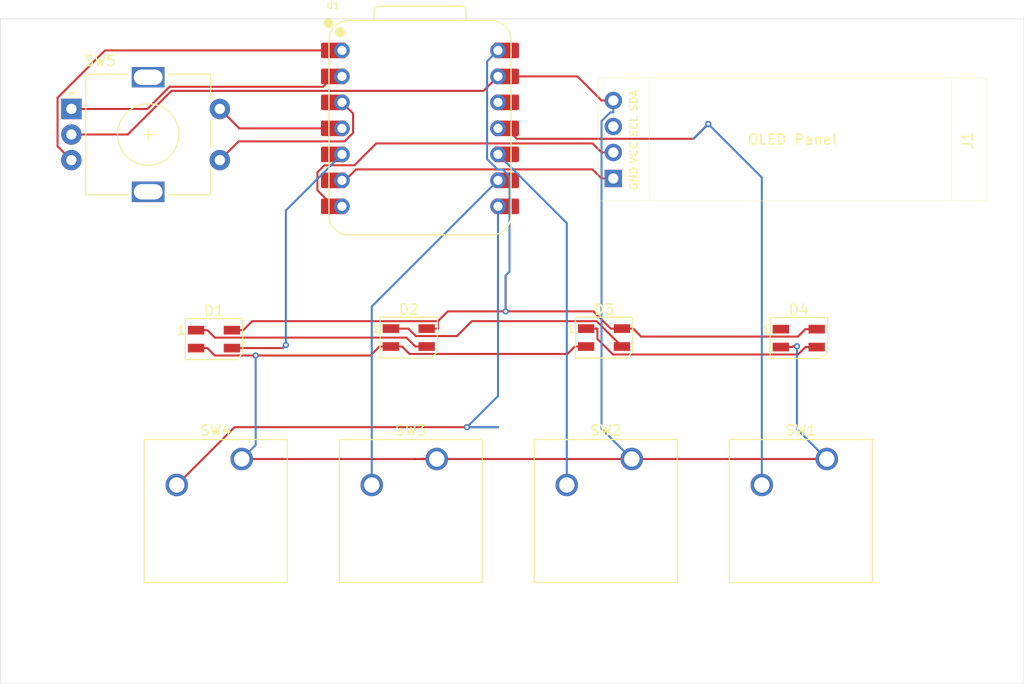
<source format=kicad_pcb>
(kicad_pcb (version 20241229) (generator "pcbnew") (generator_version "9.0")
  (layers (0 "F.Cu" signal) (2 "B.Cu" signal) (13 "F.Paste" user) (15 "B.Paste" user) (5 "F.SilkS" user "F.Silkscreen") (7 "B.SilkS" user "B.Silkscreen") (1 "F.Mask" user) (3 "B.Mask" user) (25 "Edge.Cuts" user))
  (net 0 "")
  (net 1 "Net-(D1-DIN)")
  (net 2 "Net-(D1-DOUT)")
  (net 3 "GND")
  (net 4 "+5V")
  (net 6 "Net-(J1-Pin_1)")
  (net 7 "Net-(J1-Pin_2)")
  (net 8 "VCC")
  (net 9 "Net-(U1-GPIO3{slash}MOSI)")
  (net 10 "Net-(U1-GPIO4{slash}MISO)")
  (net 11 "Net-(U1-GPIO2{slash}SCK)")
  (net 12 "Net-(U1-GPIO1{slash}RX)")
  (net 13 "Net-(U1-GPIO29{slash}ADC3{slash}A3)")
  (net 14 "Net-(U1-GPIO28{slash}ADC2{slash}A2)")
  (net 15 "Net-(U1-GPIO26{slash}ADC0{slash}A0)")
  (net 16 "Net-(U1-GPIO27{slash}ADC1{slash}A1)")
  (net 17 "unconnected-(U1-3V3-Pad12)")
  (net 18 "Net-(D2-DOUT)")
  (net 19 "Net-(D3-DOUT)")
  (footprint "LED_SMD:LED_SK6812MINI_PLCC4_3.5x3.5mm_P1.75mm" (layer "F.Cu") (at 127.8 105.7)
    (property "Reference" "D4" (at 0 -2.75 0) (layer "F.SilkS"))
    (property "Value" "SK6812MINI")
    (fp_line (start -2.8 -2) (end -2.8 2) (stroke (width 0.12)) (layer "F.SilkS"))
    (fp_line (start -2.8 -2) (end 2.8 -2) (stroke (width 0.12)) (layer "F.SilkS"))
    (fp_line (start -2.8 2) (end 2.2 2) (stroke (width 0.12)) (layer "F.SilkS"))
    (fp_line (start 2.8 1.4) (end 2.2 2) (stroke (width 0.12)) (layer "F.SilkS"))
    (fp_line (start 2.8 1.4) (end 2.8 -2) (stroke (width 0.12)) (layer "F.SilkS"))
    (fp_text user "1" (at -3.2 -0.875 0) (layer "F.SilkS") (effects (font (size 0.8 0.8))))
    (pad "1" smd rect (at -1.75 -0.875) (size 1.6 0.85) (layers "F.Cu" "F.Mask" "F.Paste"))
    (pad "2" smd rect (at -1.75 0.875) (size 1.6 0.85) (layers "F.Cu" "F.Mask" "F.Paste") (net 3 "GND"))
    (pad "3" smd rect (at 1.75 0.875) (size 1.6 0.85) (layers "F.Cu" "F.Mask" "F.Paste") (net 19 "Net-(D3-DOUT)"))
    (pad "4" smd rect (at 1.75 -0.875) (size 1.6 0.85) (layers "F.Cu" "F.Mask" "F.Paste") (net 4 "+5V"))
  )
  (footprint "LED_SMD:LED_SK6812MINI_PLCC4_3.5x3.5mm_P1.75mm" (layer "F.Cu") (at 89.7 105.6487)
    (property "Reference" "D2" (at 0 -2.75 0) (layer "F.SilkS"))
    (property "Value" "SK6812MINI")
    (fp_line (start -2.8 -2) (end -2.8 2) (stroke (width 0.12)) (layer "F.SilkS"))
    (fp_line (start -2.8 -2) (end 2.8 -2) (stroke (width 0.12)) (layer "F.SilkS"))
    (fp_line (start -2.8 2) (end 2.2 2) (stroke (width 0.12)) (layer "F.SilkS"))
    (fp_line (start 2.8 1.4) (end 2.2 2) (stroke (width 0.12)) (layer "F.SilkS"))
    (fp_line (start 2.8 1.4) (end 2.8 -2) (stroke (width 0.12)) (layer "F.SilkS"))
    (fp_text user "1" (at -3.2 -0.875 0) (layer "F.SilkS") (effects (font (size 0.8 0.8))))
    (pad "1" smd rect (at -1.75 -0.875) (size 1.6 0.85) (layers "F.Cu" "F.Mask" "F.Paste") (net 18 "Net-(D2-DOUT)"))
    (pad "2" smd rect (at -1.75 0.875) (size 1.6 0.85) (layers "F.Cu" "F.Mask" "F.Paste") (net 3 "GND"))
    (pad "3" smd rect (at 1.75 0.875) (size 1.6 0.85) (layers "F.Cu" "F.Mask" "F.Paste") (net 2 "Net-(D1-DOUT)"))
    (pad "4" smd rect (at 1.75 -0.875) (size 1.6 0.85) (layers "F.Cu" "F.Mask" "F.Paste") (net 4 "+5V"))
  )
  (footprint "Button_Switch_Keyboard:SW_Cherry_MX_1.00u_PCB" (layer "F.Cu") (at 73.39 117.52)
    (property "Reference" "SW4" (at -2.54 -2.794 0) (layer "F.SilkS"))
    (property "Value" "SW_Push")
    (fp_line (start -9.525 -1.905) (end 4.445 -1.905) (stroke (width 0.12)) (layer "F.SilkS"))
    (fp_line (start -9.525 12.065) (end -9.525 -1.905) (stroke (width 0.12)) (layer "F.SilkS"))
    (fp_line (start 4.445 -1.905) (end 4.445 12.065) (stroke (width 0.12)) (layer "F.SilkS"))
    (fp_line (start 4.445 12.065) (end -9.525 12.065) (stroke (width 0.12)) (layer "F.SilkS"))
    (pad "" np_thru_hole circle (at -7.62 5.08) (size 1.7 1.7) (drill 1.7) (layers "*.Cu" "*.Mask"))
    (pad "" np_thru_hole circle (at -2.54 5.08) (size 4 4) (drill 4) (layers "*.Cu" "*.Mask"))
    (pad "" np_thru_hole circle (at 2.54 5.08) (size 1.7 1.7) (drill 1.7) (layers "*.Cu" "*.Mask"))
    (pad "1" thru_hole circle (at 0 0) (size 2.2 2.2) (drill 1.5) (layers "*.Cu" "*.Mask") (net 3 "GND"))
    (pad "2" thru_hole circle (at -6.35 2.54) (size 2.2 2.2) (drill 1.5) (layers "*.Cu" "*.Mask") (net 12 "Net-(U1-GPIO1{slash}RX)"))
  )
  (footprint "Button_Switch_Keyboard:SW_Cherry_MX_1.00u_PCB" (layer "F.Cu") (at 130.54 117.52)
    (property "Reference" "SW1" (at -2.54 -2.794 0) (layer "F.SilkS"))
    (property "Value" "SW_Push")
    (fp_line (start -9.525 -1.905) (end 4.445 -1.905) (stroke (width 0.12)) (layer "F.SilkS"))
    (fp_line (start -9.525 12.065) (end -9.525 -1.905) (stroke (width 0.12)) (layer "F.SilkS"))
    (fp_line (start 4.445 -1.905) (end 4.445 12.065) (stroke (width 0.12)) (layer "F.SilkS"))
    (fp_line (start 4.445 12.065) (end -9.525 12.065) (stroke (width 0.12)) (layer "F.SilkS"))
    (pad "" np_thru_hole circle (at -7.62 5.08) (size 1.7 1.7) (drill 1.7) (layers "*.Cu" "*.Mask"))
    (pad "" np_thru_hole circle (at -2.54 5.08) (size 4 4) (drill 4) (layers "*.Cu" "*.Mask"))
    (pad "" np_thru_hole circle (at 2.54 5.08) (size 1.7 1.7) (drill 1.7) (layers "*.Cu" "*.Mask"))
    (pad "1" thru_hole circle (at 0 0) (size 2.2 2.2) (drill 1.5) (layers "*.Cu" "*.Mask") (net 3 "GND"))
    (pad "2" thru_hole circle (at -6.35 2.54) (size 2.2 2.2) (drill 1.5) (layers "*.Cu" "*.Mask") (net 9 "Net-(U1-GPIO3{slash}MOSI)"))
  )
  (footprint "LED_SMD:LED_SK6812MINI_PLCC4_3.5x3.5mm_P1.75mm" (layer "F.Cu") (at 108.7787 105.6487)
    (property "Reference" "D3" (at 0 -2.75 0) (layer "F.SilkS"))
    (property "Value" "SK6812MINI")
    (fp_line (start -2.8 -2) (end -2.8 2) (stroke (width 0.12)) (layer "F.SilkS"))
    (fp_line (start -2.8 -2) (end 2.8 -2) (stroke (width 0.12)) (layer "F.SilkS"))
    (fp_line (start -2.8 2) (end 2.2 2) (stroke (width 0.12)) (layer "F.SilkS"))
    (fp_line (start 2.8 1.4) (end 2.2 2) (stroke (width 0.12)) (layer "F.SilkS"))
    (fp_line (start 2.8 1.4) (end 2.8 -2) (stroke (width 0.12)) (layer "F.SilkS"))
    (fp_text user "1" (at -3.2 -0.875 0) (layer "F.SilkS") (effects (font (size 0.8 0.8))))
    (pad "1" smd rect (at -1.75 -0.875) (size 1.6 0.85) (layers "F.Cu" "F.Mask" "F.Paste") (net 19 "Net-(D3-DOUT)"))
    (pad "2" smd rect (at -1.75 0.875) (size 1.6 0.85) (layers "F.Cu" "F.Mask" "F.Paste") (net 3 "GND"))
    (pad "3" smd rect (at 1.75 0.875) (size 1.6 0.85) (layers "F.Cu" "F.Mask" "F.Paste") (net 18 "Net-(D2-DOUT)"))
    (pad "4" smd rect (at 1.75 -0.875) (size 1.6 0.85) (layers "F.Cu" "F.Mask" "F.Paste") (net 4 "+5V"))
  )
  (footprint "Seeed Studio XIAO Series Library:XIAO-RP2040-DIP" (layer "F.Cu") (at 90.8 85.2)
    (property "Reference" "U1" (at -8.5 -12 0) (layer "F.SilkS") (effects (font (size 0.635 0.635) (thickness 0.1016))))
    (property "Value" "XIAO-RP2040-DIP")
    (fp_line (start -8.89 8.509) (end -8.89 -8.636) (stroke (width 0.127)) (layer "F.SilkS"))
    (fp_line (start -6.985 10.414) (end 6.985 10.414) (stroke (width 0.127)) (layer "F.SilkS"))
    (fp_line (start -4.495 -10.541) (end -4.491272 -11.451272) (stroke (width 0.127)) (layer "F.SilkS"))
    (fp_line (start -3.991272 -11.951) (end 4.004 -11.951) (stroke (width 0.127)) (layer "F.SilkS"))
    (fp_line (start 4.504 -11.451) (end 4.504 -10.541) (stroke (width 0.127)) (layer "F.SilkS"))
    (fp_line (start 6.985 -10.541) (end -6.985 -10.541) (stroke (width 0.1)) (layer "F.SilkS"))
    (fp_line (start 6.985 -10.541) (end -6.985 -10.541) (stroke (width 0.127)) (layer "F.SilkS"))
    (fp_line (start 8.89 8.509) (end 8.89 -8.636) (stroke (width 0.127)) (layer "F.SilkS"))
    (fp_arc (start -8.89 -8.636) (mid -8.332038 -9.983038) (end -6.985 -10.541) (stroke (width 0.127)) (layer "F.SilkS"))
    (fp_arc (start -6.985 10.414) (mid -8.332038 9.856038) (end -8.89 8.509) (stroke (width 0.127)) (layer "F.SilkS"))
    (fp_arc (start -4.491272 -11.451272) (mid -4.344728 -11.80464) (end -3.991272 -11.951) (stroke (width 0.127)) (layer "F.SilkS"))
    (fp_arc (start 4.004 -11.951) (mid 4.357553 -11.804553) (end 4.504 -11.451) (stroke (width 0.127)) (layer "F.SilkS"))
    (fp_arc (start 6.985 -10.541) (mid 8.332038 -9.983038) (end 8.89 -8.636) (stroke (width 0.127)) (layer "F.SilkS"))
    (fp_arc (start 8.89 8.509) (mid 8.332038 9.856038) (end 6.985 10.414) (stroke (width 0.127)) (layer "F.SilkS"))
    (fp_circle (center -8.95 -10.3) (end -8.95 -10.554) (stroke (width 0.5)) (fill yes) (layer "F.SilkS"))
    (fp_circle (center -7.807 -9.42) (end -7.807 -9.674) (stroke (width 0.5)) (fill yes) (layer "F.SilkS"))
    (pad "1" smd roundrect (at -8.455 -7.62 180) (size 2.432 1.524) (layers "F.Cu" "F.Mask") (roundrect_rratio 0.1) (net 15 "Net-(U1-GPIO26{slash}ADC0{slash}A0)"))
    (pad "1" thru_hole circle (at -7.62 -7.62 180) (size 1.524 1.524) (drill 0.889) (layers "*.Cu" "*.Mask") (net 15 "Net-(U1-GPIO26{slash}ADC0{slash}A0)"))
    (pad "2" smd roundrect (at -8.455 -5.08 180) (size 2.432 1.524) (layers "F.Cu" "F.Mask") (roundrect_rratio 0.1) (net 16 "Net-(U1-GPIO27{slash}ADC1{slash}A1)"))
    (pad "2" thru_hole circle (at -7.62 -5.08 180) (size 1.524 1.524) (drill 0.889) (layers "*.Cu" "*.Mask") (net 16 "Net-(U1-GPIO27{slash}ADC1{slash}A1)"))
    (pad "3" smd roundrect (at -8.455 -2.54 180) (size 2.432 1.524) (layers "F.Cu" "F.Mask") (roundrect_rratio 0.1) (net 14 "Net-(U1-GPIO28{slash}ADC2{slash}A2)"))
    (pad "3" thru_hole circle (at -7.62 -2.54 180) (size 1.524 1.524) (drill 0.889) (layers "*.Cu" "*.Mask") (net 14 "Net-(U1-GPIO28{slash}ADC2{slash}A2)"))
    (pad "4" smd roundrect (at -8.455 0 180) (size 2.432 1.524) (layers "F.Cu" "F.Mask") (roundrect_rratio 0.1) (net 13 "Net-(U1-GPIO29{slash}ADC3{slash}A3)"))
    (pad "4" thru_hole circle (at -7.62 0 180) (size 1.524 1.524) (drill 0.889) (layers "*.Cu" "*.Mask") (net 13 "Net-(U1-GPIO29{slash}ADC3{slash}A3)"))
    (pad "5" smd roundrect (at -8.455 2.54 180) (size 2.432 1.524) (layers "F.Cu" "F.Mask") (roundrect_rratio 0.1) (net 1 "Net-(D1-DIN)"))
    (pad "5" thru_hole circle (at -7.62 2.54 180) (size 1.524 1.524) (drill 0.889) (layers "*.Cu" "*.Mask") (net 1 "Net-(D1-DIN)"))
    (pad "6" smd roundrect (at -8.455 5.08 180) (size 2.432 1.524) (layers "F.Cu" "F.Mask") (roundrect_rratio 0.1) (net 6 "Net-(J1-Pin_1)"))
    (pad "6" thru_hole circle (at -7.62 5.08 180) (size 1.524 1.524) (drill 0.889) (layers "*.Cu" "*.Mask") (net 6 "Net-(J1-Pin_1)"))
    (pad "7" smd roundrect (at -8.455 7.62 180) (size 2.432 1.524) (layers "F.Cu" "F.Mask") (roundrect_rratio 0.1) (net 7 "Net-(J1-Pin_2)"))
    (pad "7" thru_hole circle (at -7.62 7.62 180) (size 1.524 1.524) (drill 0.889) (layers "*.Cu" "*.Mask") (net 7 "Net-(J1-Pin_2)"))
    (pad "8" thru_hole circle (at 7.62 7.62) (size 1.524 1.524) (drill 0.889) (layers "*.Cu" "*.Mask") (net 12 "Net-(U1-GPIO1{slash}RX)"))
    (pad "8" smd roundrect (at 8.455 7.62) (size 2.432 1.524) (layers "F.Cu" "F.Mask") (roundrect_rratio 0.1) (net 12 "Net-(U1-GPIO1{slash}RX)"))
    (pad "9" thru_hole circle (at 7.62 5.08) (size 1.524 1.524) (drill 0.889) (layers "*.Cu" "*.Mask") (net 11 "Net-(U1-GPIO2{slash}SCK)"))
    (pad "9" smd roundrect (at 8.455 5.08) (size 2.432 1.524) (layers "F.Cu" "F.Mask") (roundrect_rratio 0.1) (net 11 "Net-(U1-GPIO2{slash}SCK)"))
    (pad "10" thru_hole circle (at 7.62 2.54) (size 1.524 1.524) (drill 0.889) (layers "*.Cu" "*.Mask") (net 10 "Net-(U1-GPIO4{slash}MISO)"))
    (pad "10" smd roundrect (at 8.455 2.54) (size 2.432 1.524) (layers "F.Cu" "F.Mask") (roundrect_rratio 0.1) (net 10 "Net-(U1-GPIO4{slash}MISO)"))
    (pad "11" thru_hole circle (at 7.62 0) (size 1.524 1.524) (drill 0.889) (layers "*.Cu" "*.Mask") (net 9 "Net-(U1-GPIO3{slash}MOSI)"))
    (pad "11" smd roundrect (at 8.455 0) (size 2.432 1.524) (layers "F.Cu" "F.Mask") (roundrect_rratio 0.1) (net 9 "Net-(U1-GPIO3{slash}MOSI)"))
    (pad "12" thru_hole circle (at 7.62 -2.54) (size 1.524 1.524) (drill 0.889) (layers "*.Cu" "*.Mask") (net 17 "unconnected-(U1-3V3-Pad12)"))
    (pad "12" smd roundrect (at 8.455 -2.54) (size 2.432 1.524) (layers "F.Cu" "F.Mask") (roundrect_rratio 0.1) (net 17 "unconnected-(U1-3V3-Pad12)"))
    (pad "13" thru_hole circle (at 7.62 -5.08) (size 1.524 1.524) (drill 0.889) (layers "*.Cu" "*.Mask") (net 3 "GND"))
    (pad "13" smd roundrect (at 8.455 -5.08) (size 2.432 1.524) (layers "F.Cu" "F.Mask") (roundrect_rratio 0.1) (net 3 "GND"))
    (pad "14" thru_hole circle (at 7.62 -7.62) (size 1.524 1.524) (drill 0.889) (layers "*.Cu" "*.Mask") (net 4 "+5V"))
    (pad "14" smd roundrect (at 8.455 -7.62) (size 2.432 1.524) (layers "F.Cu" "F.Mask") (roundrect_rratio 0.1) (net 4 "+5V"))
  )
  (footprint "Button_Switch_Keyboard:SW_Cherry_MX_1.00u_PCB" (layer "F.Cu") (at 92.44 117.52)
    (property "Reference" "SW3" (at -2.54 -2.794 0) (layer "F.SilkS"))
    (property "Value" "SW_Push")
    (fp_line (start -9.525 -1.905) (end 4.445 -1.905) (stroke (width 0.12)) (layer "F.SilkS"))
    (fp_line (start -9.525 12.065) (end -9.525 -1.905) (stroke (width 0.12)) (layer "F.SilkS"))
    (fp_line (start 4.445 -1.905) (end 4.445 12.065) (stroke (width 0.12)) (layer "F.SilkS"))
    (fp_line (start 4.445 12.065) (end -9.525 12.065) (stroke (width 0.12)) (layer "F.SilkS"))
    (pad "" np_thru_hole circle (at -7.62 5.08) (size 1.7 1.7) (drill 1.7) (layers "*.Cu" "*.Mask"))
    (pad "" np_thru_hole circle (at -2.54 5.08) (size 4 4) (drill 4) (layers "*.Cu" "*.Mask"))
    (pad "" np_thru_hole circle (at 2.54 5.08) (size 1.7 1.7) (drill 1.7) (layers "*.Cu" "*.Mask"))
    (pad "1" thru_hole circle (at 0 0) (size 2.2 2.2) (drill 1.5) (layers "*.Cu" "*.Mask") (net 3 "GND"))
    (pad "2" thru_hole circle (at -6.35 2.54) (size 2.2 2.2) (drill 1.5) (layers "*.Cu" "*.Mask") (net 11 "Net-(U1-GPIO2{slash}SCK)"))
  )
  (footprint "Button_Switch_Keyboard:SW_Cherry_MX_1.00u_PCB" (layer "F.Cu") (at 111.49 117.52)
    (property "Reference" "SW2" (at -2.54 -2.794 0) (layer "F.SilkS"))
    (property "Value" "SW_Push")
    (fp_line (start -9.525 -1.905) (end 4.445 -1.905) (stroke (width 0.12)) (layer "F.SilkS"))
    (fp_line (start -9.525 12.065) (end -9.525 -1.905) (stroke (width 0.12)) (layer "F.SilkS"))
    (fp_line (start 4.445 -1.905) (end 4.445 12.065) (stroke (width 0.12)) (layer "F.SilkS"))
    (fp_line (start 4.445 12.065) (end -9.525 12.065) (stroke (width 0.12)) (layer "F.SilkS"))
    (pad "" np_thru_hole circle (at -7.62 5.08) (size 1.7 1.7) (drill 1.7) (layers "*.Cu" "*.Mask"))
    (pad "" np_thru_hole circle (at -2.54 5.08) (size 4 4) (drill 4) (layers "*.Cu" "*.Mask"))
    (pad "" np_thru_hole circle (at 2.54 5.08) (size 1.7 1.7) (drill 1.7) (layers "*.Cu" "*.Mask"))
    (pad "1" thru_hole circle (at 0 0) (size 2.2 2.2) (drill 1.5) (layers "*.Cu" "*.Mask") (net 3 "GND"))
    (pad "2" thru_hole circle (at -6.35 2.54) (size 2.2 2.2) (drill 1.5) (layers "*.Cu" "*.Mask") (net 10 "Net-(U1-GPIO4{slash}MISO)"))
  )
  (footprint "Rotary_Encoder:RotaryEncoder_Alps_EC11E-Switch_Vertical_H20mm" (layer "F.Cu") (at 56.75 83.3)
    (property "Reference" "SW5" (at 2.8 -4.7 0) (layer "F.SilkS"))
    (property "Value" "RotaryEncoder_Switch")
    (fp_line (start -0.3 -1.6) (end 0.3 -1.6) (stroke (width 0.12)) (layer "F.SilkS"))
    (fp_line (start 0 -1.3) (end -0.3 -1.6) (stroke (width 0.12)) (layer "F.SilkS"))
    (fp_line (start 0.3 -1.6) (end 0 -1.3) (stroke (width 0.12)) (layer "F.SilkS"))
    (fp_line (start 1.4 -3.4) (end 1.4 8.4) (stroke (width 0.12)) (layer "F.SilkS"))
    (fp_line (start 5.5 -3.4) (end 1.4 -3.4) (stroke (width 0.12)) (layer "F.SilkS"))
    (fp_line (start 5.5 8.4) (end 1.4 8.4) (stroke (width 0.12)) (layer "F.SilkS"))
    (fp_line (start 7 2.5) (end 8 2.5) (stroke (width 0.12)) (layer "F.SilkS"))
    (fp_line (start 7.5 2) (end 7.5 3) (stroke (width 0.12)) (layer "F.SilkS"))
    (fp_line (start 9.5 -3.4) (end 13.6 -3.4) (stroke (width 0.12)) (layer "F.SilkS"))
    (fp_line (start 13.6 -3.4) (end 13.6 -1) (stroke (width 0.12)) (layer "F.SilkS"))
    (fp_line (start 13.6 1.2) (end 13.6 3.8) (stroke (width 0.12)) (layer "F.SilkS"))
    (fp_line (start 13.6 6) (end 13.6 8.4) (stroke (width 0.12)) (layer "F.SilkS"))
    (fp_line (start 13.6 8.4) (end 9.5 8.4) (stroke (width 0.12)) (layer "F.SilkS"))
    (fp_circle (center 7.5 2.5) (end 10.5 2.5) (stroke (width 0.12)) (fill no) (layer "F.SilkS"))
    (pad "A" thru_hole rect (at 0 0) (size 2 2) (drill 1) (layers "*.Cu" "*.Mask") (net 16 "Net-(U1-GPIO27{slash}ADC1{slash}A1)"))
    (pad "B" thru_hole circle (at 0 5) (size 2 2) (drill 1) (layers "*.Cu" "*.Mask") (net 15 "Net-(U1-GPIO26{slash}ADC0{slash}A0)"))
    (pad "C" thru_hole circle (at 0 2.5) (size 2 2) (drill 1) (layers "*.Cu" "*.Mask") (net 3 "GND"))
    (pad "MP" thru_hole rect (at 7.5 -3.1) (size 3.2 2) (drill oval 2.8 1.5) (layers "*.Cu" "*.Mask"))
    (pad "MP" thru_hole rect (at 7.5 8.1) (size 3.2 2) (drill oval 2.8 1.5) (layers "*.Cu" "*.Mask"))
    (pad "S1" thru_hole circle (at 14.5 5) (size 2 2) (drill 1) (layers "*.Cu" "*.Mask") (net 14 "Net-(U1-GPIO28{slash}ADC2{slash}A2)"))
    (pad "S2" thru_hole circle (at 14.5 0) (size 2 2) (drill 1) (layers "*.Cu" "*.Mask") (net 13 "Net-(U1-GPIO29{slash}ADC3{slash}A3)"))
  )
  (footprint "LED_SMD:LED_SK6812MINI_PLCC4_3.5x3.5mm_P1.75mm" (layer "F.Cu") (at 70.6787 105.8)
    (property "Reference" "D1" (at 0 -2.75 0) (layer "F.SilkS"))
    (property "Value" "SK6812MINI")
    (fp_line (start -2.8 -2) (end -2.8 2) (stroke (width 0.12)) (layer "F.SilkS"))
    (fp_line (start -2.8 -2) (end 2.8 -2) (stroke (width 0.12)) (layer "F.SilkS"))
    (fp_line (start -2.8 2) (end 2.2 2) (stroke (width 0.12)) (layer "F.SilkS"))
    (fp_line (start 2.8 1.4) (end 2.2 2) (stroke (width 0.12)) (layer "F.SilkS"))
    (fp_line (start 2.8 1.4) (end 2.8 -2) (stroke (width 0.12)) (layer "F.SilkS"))
    (fp_text user "1" (at -3.2 -0.875 0) (layer "F.SilkS") (effects (font (size 0.8 0.8))))
    (pad "1" smd rect (at -1.75 -0.875) (size 1.6 0.85) (layers "F.Cu" "F.Mask" "F.Paste") (net 2 "Net-(D1-DOUT)"))
    (pad "2" smd rect (at -1.75 0.875) (size 1.6 0.85) (layers "F.Cu" "F.Mask" "F.Paste") (net 3 "GND"))
    (pad "3" smd rect (at 1.75 0.875) (size 1.6 0.85) (layers "F.Cu" "F.Mask" "F.Paste") (net 1 "Net-(D1-DIN)"))
    (pad "4" smd rect (at 1.75 -0.875) (size 1.6 0.85) (layers "F.Cu" "F.Mask" "F.Paste") (net 4 "+5V"))
  )
  (footprint "KiCad-SSD1306-0.91-OLED-4pin-128x32.pretty-master:SSD1306-0.91-OLED-4pin-128x32" (layer "F.Cu") (at 146.185 92.285 180)
    (property "Reference" "J1" (at 1.9 5.91 90) (layer "F.SilkS"))
    (property "Value" "SSD1306 OLED")
    (fp_line (start 38 12) (end 38 0) (stroke (width 0.04)) (layer "F.SilkS"))
    (fp_line (start 38 0) (end 0 0) (stroke (width 0.04)) (layer "F.SilkS"))
    (fp_line (start 33 0) (end 33 12) (stroke (width 0.04)) (layer "F.SilkS"))
    (fp_line (start 3.5 0) (end 3.5 12) (stroke (width 0.04)) (layer "F.SilkS"))
    (fp_line (start 0 12) (end 38 12) (stroke (width 0.04)) (layer "F.SilkS"))
    (fp_line (start 0 0) (end 0 12) (stroke (width 0.04)) (layer "F.SilkS"))
    (fp_text user "SDA" (at 34.5 9.81 90) (layer "F.SilkS") (effects (font (size 0.75 0.75))))
    (fp_text user "SCL" (at 34.5 7.27 90) (layer "F.SilkS") (effects (font (size 0.75 0.75))))
    (fp_text user "OLED Panel" (at 19 6 0) (layer "F.SilkS"))
    (fp_text user "GND" (at 34.5 2.19 90) (layer "F.SilkS") (effects (font (size 0.75 0.75))))
    (fp_text user "VCC" (at 34.5 4.73 90) (layer "F.SilkS") (effects (font (size 0.75 0.75))))
    (pad "1" thru_hole rect (at 36.5 2.19 180) (size 1.7 1.7) (drill 1) (layers "*.Cu" "*.Mask") (net 6 "Net-(J1-Pin_1)"))
    (pad "2" thru_hole oval (at 36.5 4.73 180) (size 1.7 1.7) (drill 1) (layers "*.Cu" "*.Mask") (net 7 "Net-(J1-Pin_2)"))
    (pad "3" thru_hole oval (at 36.5 7.27 180) (size 1.7 1.7) (drill 1) (layers "*.Cu" "*.Mask") (net 8 "VCC"))
    (pad "4" thru_hole oval (at 36.5 9.81 180) (size 1.7 1.7) (drill 1) (layers "*.Cu" "*.Mask") (net 3 "GND"))
  )
  (gr_rect (start 49.8 74.5) (end 149.8 139.5) (stroke (width 0.05)) (fill no) (layer "Edge.Cuts"))
  (segment (start 77.398 106.675) (end 77.6975 106.3755) (width 0.2) (layer "F.Cu") (net 1))
  (segment (start 77.398 106.675) (end 77.6975 106.3755) (width 0.2) (layer "F.Cu") (net 1))
  (segment (start 77.6975 106.3755) (end 77.398 106.675) (width 0.2) (layer "F.Cu") (net 1))
  (segment (start 83.18 87.74) (end 82.345 87.74) (width 0.2) (layer "F.Cu") (net 1))
  (segment (start 72.4287 106.675) (end 77.398 106.675) (width 0.2) (layer "F.Cu") (net 1))
  (via (at 77.6975 106.3755) (size 0.6) (drill 0.3) (layers "F.Cu" "B.Cu") (net 1))
  (segment (start 77.6975 106.3755) (end 77.6975 93.2225) (width 0.2) (layer "B.Cu") (net 1))
  (segment (start 77.6975 106.3755) (end 77.398 106.675) (width 0.2) (layer "B.Cu") (net 1))
  (segment (start 77.6975 93.2225) (end 83.18 87.74) (width 0.2) (layer "B.Cu") (net 1))
  (segment (start 77.398 106.675) (end 77.6975 106.3755) (width 0.2) (layer "B.Cu") (net 1))
  (segment (start 89.4763 105.6517) (end 70.7571 105.6517) (width 0.2) (layer "F.Cu") (net 2))
  (segment (start 91.45 106.5237) (end 90.3483 106.5237) (width 0.2) (layer "F.Cu") (net 2))
  (segment (start 90.3483 106.5237) (end 89.4763 105.6517) (width 0.2) (layer "F.Cu") (net 2))
  (segment (start 70.7571 105.6517) (end 70.0304 104.925) (width 0.2) (layer "F.Cu") (net 2))
  (segment (start 68.9287 104.925) (end 70.0304 104.925) (width 0.2) (layer "F.Cu") (net 2))
  (segment (start 109.685 82.475) (end 108.5333 82.475) (width 0.2) (layer "F.Cu") (net 3))
  (segment (start 91.0643 117.52) (end 111.49 117.52) (width 0.2) (layer "F.Cu") (net 3))
  (segment (start 98.42 80.12) (end 99.255 80.12) (width 0.2) (layer "F.Cu") (net 3))
  (segment (start 85.9703 107.4017) (end 86.8483 106.5237) (width 0.2) (layer "F.Cu") (net 3))
  (segment (start 90.9103 117.52) (end 90.333 117.52) (width 0.2) (layer "F.Cu") (net 3))
  (segment (start 127.6211 106.497) (end 127.2297 106.497) (width 0.2) (layer "F.Cu") (net 3))
  (segment (start 92.44 117.52) (end 91.0643 117.52) (width 0.2) (layer "F.Cu") (net 3))
  (segment (start 91.0059 117.52) (end 90.9103 117.52) (width 0.2) (layer "F.Cu") (net 3))
  (segment (start 127.2297 106.497) (end 127.1517 106.575) (width 0.2) (layer "F.Cu") (net 3))
  (segment (start 56.75 85.8) (end 62.2497 85.8) (width 0.2) (layer "F.Cu") (net 3))
  (segment (start 130.54 117.52) (end 111.49 117.52) (width 0.2) (layer "F.Cu") (net 3))
  (segment (start 105.927 106.5237) (end 105.2003 107.2504) (width 0.2) (layer "F.Cu") (net 3))
  (segment (start 106.1783 80.12) (end 108.5333 82.475) (width 0.2) (layer "F.Cu") (net 3))
  (segment (start 87.95 106.5237) (end 86.8483 106.5237) (width 0.2) (layer "F.Cu") (net 3))
  (segment (start 62.2497 85.8) (end 66.5167 81.533) (width 0.2) (layer "F.Cu") (net 3))
  (segment (start 66.5167 81.533) (end 97.007 81.533) (width 0.2) (layer "F.Cu") (net 3))
  (segment (start 89.7784 107.2504) (end 89.0517 106.5237) (width 0.2) (layer "F.Cu") (net 3))
  (segment (start 105.2003 107.2504) (end 89.7784 107.2504) (width 0.2) (layer "F.Cu") (net 3))
  (segment (start 70.7571 107.4017) (end 74.7504 107.4017) (width 0.2) (layer "F.Cu") (net 3))
  (segment (start 68.9287 106.675) (end 70.0304 106.675) (width 0.2) (layer "F.Cu") (net 3))
  (segment (start 99.255 80.12) (end 106.1783 80.12) (width 0.2) (layer "F.Cu") (net 3))
  (segment (start 90.333 117.52) (end 90.2917 117.52) (width 0.2) (layer "F.Cu") (net 3))
  (segment (start 126.05 106.575) (end 127.1517 106.575) (width 0.2) (layer "F.Cu") (net 3))
  (segment (start 70.0304 106.675) (end 70.7571 107.4017) (width 0.2) (layer "F.Cu") (net 3))
  (segment (start 107.0287 106.5237) (end 105.927 106.5237) (width 0.2) (layer "F.Cu") (net 3))
  (segment (start 87.95 106.5237) (end 89.0517 106.5237) (width 0.2) (layer "F.Cu") (net 3))
  (segment (start 97.007 81.533) (end 98.42 80.12) (width 0.2) (layer "F.Cu") (net 3))
  (segment (start 91.0643 117.52) (end 91.0059 117.52) (width 0.2) (layer "F.Cu") (net 3))
  (segment (start 90.2917 117.52) (end 73.39 117.52) (width 0.2) (layer "F.Cu") (net 3))
  (segment (start 74.7504 107.4017) (end 85.9703 107.4017) (width 0.2) (layer "F.Cu") (net 3))
  (via (at 74.7504 107.4017) (size 0.6) (drill 0.3) (layers "F.Cu" "B.Cu") (net 3))
  (via (at 127.6211 106.497) (size 0.6) (drill 0.3) (layers "F.Cu" "B.Cu") (net 3))
  (segment (start 73.39 117.52) (end 74.7504 116.1596) (width 0.2) (layer "B.Cu") (net 3))
  (segment (start 109.685 83.6267) (end 109.397 83.6267) (width 0.2) (layer "B.Cu") (net 3))
  (segment (start 109.685 82.475) (end 109.685 83.6267) (width 0.2) (layer "B.Cu") (net 3))
  (segment (start 74.7504 116.1596) (end 74.7504 107.4017) (width 0.2) (layer "B.Cu") (net 3))
  (segment (start 108.5333 114.5633) (end 111.49 117.52) (width 0.2) (layer "B.Cu") (net 3))
  (segment (start 109.397 83.6267) (end 108.5333 84.4904) (width 0.2) (layer "B.Cu") (net 3))
  (segment (start 108.5333 84.4904) (end 108.5333 114.5633) (width 0.2) (layer "B.Cu") (net 3))
  (segment (start 130.54 117.52) (end 127.6211 114.6011) (width 0.2) (layer "B.Cu") (net 3))
  (segment (start 127.6211 114.6011) (end 127.6211 106.497) (width 0.2) (layer "B.Cu") (net 3))
  (segment (start 72.4287 104.925) (end 73.5304 104.925) (width 0.2) (layer "F.Cu") (net 4))
  (segment (start 92.5517 104.047) (end 74.4084 104.047) (width 0.2) (layer "F.Cu") (net 4))
  (segment (start 129.55 104.825) (end 128.4483 104.825) (width 0.2) (layer "F.Cu") (net 4))
  (segment (start 93.5089 103.0898) (end 93.5502 103.0898) (width 0.2) (layer "F.Cu") (net 4))
  (segment (start 128.4483 104.825) (end 127.7216 105.5517) (width 0.2) (layer "F.Cu") (net 4))
  (segment (start 107.7431 103.0898) (end 109.427 104.7737) (width 0.2) (layer "F.Cu") (net 4))
  (segment (start 99.1604 99.59) (end 99.1604 103.0898) (width 0.2) (layer "F.Cu") (net 4))
  (segment (start 93.5089 103.0898) (end 92.5517 104.047) (width 0.2) (layer "F.Cu") (net 4))
  (segment (start 74.4084 104.047) (end 73.5304 104.925) (width 0.2) (layer "F.Cu") (net 4))
  (segment (start 93.5502 103.0898) (end 97.0087 103.0898) (width 0.2) (layer "F.Cu") (net 4))
  (segment (start 127.7216 105.5517) (end 112.4084 105.5517) (width 0.2) (layer "F.Cu") (net 4))
  (segment (start 99.1604 103.0898) (end 107.7431 103.0898) (width 0.2) (layer "F.Cu") (net 4))
  (segment (start 99.255 77.58) (end 98.42 77.58) (width 0.2) (layer "F.Cu") (net 4))
  (segment (start 92.5517 104.7737) (end 92.5517 104.047) (width 0.2) (layer "F.Cu") (net 4))
  (segment (start 110.5287 104.7737) (end 109.427 104.7737) (width 0.2) (layer "F.Cu") (net 4))
  (segment (start 110.5287 104.7737) (end 111.0796 104.7737) (width 0.2) (layer "F.Cu") (net 4))
  (segment (start 99.1604 99.59) (end 99.1604 103.0898) (width 0.2) (layer "F.Cu") (net 4))
  (segment (start 111.0796 104.7737) (end 111.6304 104.7737) (width 0.2) (layer "F.Cu") (net 4))
  (segment (start 91.45 104.7737) (end 92.5517 104.7737) (width 0.2) (layer "F.Cu") (net 4))
  (segment (start 112.4084 105.5517) (end 111.6304 104.7737) (width 0.2) (layer "F.Cu") (net 4))
  (segment (start 97.0087 103.0898) (end 99.1604 103.0898) (width 0.2) (layer "F.Cu") (net 4))
  (via (at 99.1604 103.0898) (size 0.6) (drill 0.3) (layers "F.Cu" "B.Cu") (net 4))
  (segment (start 98.8607 89.2163) (end 99.5445 89.9001) (width 0.2) (layer "B.Cu") (net 4))
  (segment (start 99.5445 99.2059) (end 99.1604 99.59) (width 0.2) (layer "B.Cu") (net 4))
  (segment (start 97.3531 78.6469) (end 97.3531 88.1986) (width 0.2) (layer "B.Cu") (net 4))
  (segment (start 99.1604 99.59) (end 99.1604 103.0898) (width 0.2) (layer "B.Cu") (net 4))
  (segment (start 99.5445 89.9001) (end 99.5445 99.2059) (width 0.2) (layer "B.Cu") (net 4))
  (segment (start 98.3708 89.2163) (end 98.8607 89.2163) (width 0.2) (layer "B.Cu") (net 4))
  (segment (start 97.3531 88.1986) (end 98.3708 89.2163) (width 0.2) (layer "B.Cu") (net 4))
  (segment (start 98.42 77.58) (end 97.3531 78.6469) (width 0.2) (layer "B.Cu") (net 4))
  (segment (start 82.8038 90.28) (end 83.18 90.28) (width 0.2) (layer "F.Cu") (net 6))
  (segment (start 109.685 90.095) (end 108.5333 90.095) (width 0.2) (layer "F.Cu") (net 6))
  (segment (start 82.345 90.28) (end 82.7625 90.28) (width 0.2) (layer "F.Cu") (net 6))
  (segment (start 82.7625 90.28) (end 82.8038 90.28) (width 0.2) (layer "F.Cu") (net 6))
  (segment (start 84.56 89.21) (end 107.6483 89.21) (width 0.2) (layer "F.Cu") (net 6))
  (segment (start 107.6483 89.21) (end 108.5333 90.095) (width 0.2) (layer "F.Cu") (net 6))
  (segment (start 83.49 90.28) (end 84.56 89.21) (width 0.2) (layer "F.Cu") (net 6))
  (segment (start 83.18 90.28) (end 83.49 90.28) (width 0.2) (layer "F.Cu") (net 6))
  (segment (start 80.7785 91.2535) (end 80.7785 89.4971) (width 0.2) (layer "F.Cu") (net 7))
  (segment (start 81.4658 88.8098) (end 84.3922 88.8098) (width 0.2) (layer "F.Cu") (net 7))
  (segment (start 107.6514 86.6731) (end 108.5333 87.555) (width 0.2) (layer "F.Cu") (net 7))
  (segment (start 109.685 87.555) (end 108.5333 87.555) (width 0.2) (layer "F.Cu") (net 7))
  (segment (start 86.5289 86.6731) (end 107.6514 86.6731) (width 0.2) (layer "F.Cu") (net 7))
  (segment (start 84.3922 88.8098) (end 86.5289 86.6731) (width 0.2) (layer "F.Cu") (net 7))
  (segment (start 83.18 92.82) (end 82.345 92.82) (width 0.2) (layer "F.Cu") (net 7))
  (segment (start 80.7785 89.4971) (end 81.4658 88.8098) (width 0.2) (layer "F.Cu") (net 7))
  (segment (start 82.345 92.82) (end 80.7785 91.2535) (width 0.2) (layer "F.Cu") (net 7))
  (segment (start 98.42 85.2) (end 99.255 85.2) (width 0.2) (layer "F.Cu") (net 9))
  (segment (start 118.9569 84.7715) (end 117.5112 86.2172) (width 0.2) (layer "F.Cu") (net 9))
  (segment (start 99.255 85.2) (end 100.2722 86.2172) (width 0.2) (layer "F.Cu") (net 9))
  (segment (start 117.5112 86.2172) (end 118.9569 84.7715) (width 0.2) (layer "F.Cu") (net 9))
  (segment (start 117.5112 86.2172) (end 118.9569 84.7715) (width 0.2) (layer "F.Cu") (net 9))
  (segment (start 100.2722 86.2172) (end 117.5112 86.2172) (width 0.2) (layer "F.Cu") (net 9))
  (via (at 118.9569 84.7715) (size 0.6) (drill 0.3) (layers "F.Cu" "B.Cu") (net 9))
  (segment (start 117.5112 86.2172) (end 118.9569 84.7715) (width 0.2) (layer "B.Cu") (net 9))
  (segment (start 118.9569 84.7715) (end 117.5112 86.2172) (width 0.2) (layer "B.Cu") (net 9))
  (segment (start 118.9569 84.7715) (end 124.19 90.0046) (width 0.2) (layer "B.Cu") (net 9))
  (segment (start 124.19 90.0046) (end 124.19 120.06) (width 0.2) (layer "B.Cu") (net 9))
  (segment (start 99.255 87.74) (end 98.42 87.74) (width 0.2) (layer "F.Cu") (net 10))
  (segment (start 105.14 94.46) (end 105.14 120.06) (width 0.2) (layer "B.Cu") (net 10))
  (segment (start 98.42 87.74) (end 105.14 94.46) (width 0.2) (layer "B.Cu") (net 10))
  (segment (start 99.255 90.28) (end 98.42 90.28) (width 0.2) (layer "F.Cu") (net 11))
  (segment (start 98.42 90.28) (end 86.09 102.61) (width 0.2) (layer "B.Cu") (net 11))
  (segment (start 86.09 102.61) (end 86.09 120.06) (width 0.2) (layer "B.Cu") (net 11))
  (segment (start 72.6915 114.4085) (end 95.3801 114.4085) (width 0.2) (layer "F.Cu") (net 12))
  (segment (start 98.42 114.4085) (end 95.3801 114.4085) (width 0.2) (layer "F.Cu") (net 12))
  (segment (start 67.04 120.06) (end 72.6915 114.4085) (width 0.2) (layer "F.Cu") (net 12))
  (segment (start 99.255 92.82) (end 98.42 92.82) (width 0.2) (layer "F.Cu") (net 12))
  (segment (start 95.3801 114.4085) (end 98.42 114.4085) (width 0.2) (layer "F.Cu") (net 12))
  (via (at 95.3801 114.4085) (size 0.6) (drill 0.3) (layers "F.Cu" "B.Cu") (net 12))
  (segment (start 95.3801 114.4085) (end 98.42 114.4085) (width 0.2) (layer "B.Cu") (net 12))
  (segment (start 98.42 111.3686) (end 98.42 92.82) (width 0.2) (layer "B.Cu") (net 12))
  (segment (start 98.42 114.4085) (end 95.3801 114.4085) (width 0.2) (layer "B.Cu") (net 12))
  (segment (start 95.3801 114.4085) (end 98.42 111.3686) (width 0.2) (layer "B.Cu") (net 12))
  (segment (start 73.15 85.2) (end 71.25 83.3) (width 0.2) (layer "F.Cu") (net 13))
  (segment (start 82.345 85.2) (end 83.18 85.2) (width 0.2) (layer "F.Cu") (net 13))
  (segment (start 82.345 85.2) (end 73.15 85.2) (width 0.2) (layer "F.Cu") (net 13))
  (segment (start 84.2661 83.7461) (end 84.2661 85.6362) (width 0.2) (layer "F.Cu") (net 14))
  (segment (start 83.18 82.66) (end 82.345 82.66) (width 0.2) (layer "F.Cu") (net 14))
  (segment (start 83.4323 86.47) (end 73.08 86.47) (width 0.2) (layer "F.Cu") (net 14))
  (segment (start 83.18 82.66) (end 84.2661 83.7461) (width 0.2) (layer "F.Cu") (net 14))
  (segment (start 73.08 86.47) (end 71.25 88.3) (width 0.2) (layer "F.Cu") (net 14))
  (segment (start 84.2661 85.6362) (end 83.4323 86.47) (width 0.2) (layer "F.Cu") (net 14))
  (segment (start 55.3966 86.9466) (end 56.75 88.3) (width 0.2) (layer "F.Cu") (net 15))
  (segment (start 83.18 77.58) (end 82.345 77.58) (width 0.2) (layer "F.Cu") (net 15))
  (segment (start 82.345 77.58) (end 60.0291 77.58) (width 0.2) (layer "F.Cu") (net 15))
  (segment (start 60.0291 77.58) (end 55.3966 82.2125) (width 0.2) (layer "F.Cu") (net 15))
  (segment (start 55.3966 82.2125) (end 55.3966 86.9466) (width 0.2) (layer "F.Cu") (net 15))
  (segment (start 83.18 80.12) (end 82.345 80.12) (width 0.2) (layer "F.Cu") (net 16))
  (segment (start 64.1767 83.3) (end 66.3453 81.1314) (width 0.2) (layer "F.Cu") (net 16))
  (segment (start 81.3337 81.1313) (end 82.345 80.12) (width 0.2) (layer "F.Cu") (net 16))
  (segment (start 66.3453 81.1313) (end 81.3337 81.1313) (width 0.2) (layer "F.Cu") (net 16))
  (segment (start 66.3453 81.1314) (end 66.3453 81.1313) (width 0.2) (layer "F.Cu") (net 16))
  (segment (start 56.75 83.3) (end 58.0517 83.3) (width 0.2) (layer "F.Cu") (net 16))
  (segment (start 58.0517 83.3) (end 64.1767 83.3) (width 0.2) (layer "F.Cu") (net 16))
  (segment (start 98.42 82.66) (end 99.255 82.66) (width 0.2) (layer "F.Cu") (net 17))
  (segment (start 89.667 104.7737) (end 87.95 104.7737) (width 0.2) (layer "F.Cu") (net 18))
  (segment (start 90.3937 105.5004) (end 89.667 104.7737) (width 0.2) (layer "F.Cu") (net 18))
  (segment (start 110.5287 106.5237) (end 108.052 104.047) (width 0.2) (layer "F.Cu") (net 18))
  (segment (start 108.052 104.047) (end 95.8631 104.047) (width 0.2) (layer "F.Cu") (net 18))
  (segment (start 94.4097 105.5004) (end 90.3937 105.5004) (width 0.2) (layer "F.Cu") (net 18))
  (segment (start 95.8631 104.047) (end 94.4097 105.5004) (width 0.2) (layer "F.Cu") (net 18))
  (segment (start 128.4483 106.575) (end 127.7216 107.3017) (width 0.2) (layer "F.Cu") (net 19))
  (segment (start 108.1304 105.7817) (end 108.1304 104.7737) (width 0.2) (layer "F.Cu") (net 19))
  (segment (start 107.0287 104.7737) (end 108.1304 104.7737) (width 0.2) (layer "F.Cu") (net 19))
  (segment (start 127.7216 107.3017) (end 109.6504 107.3017) (width 0.2) (layer "F.Cu") (net 19))
  (segment (start 129.55 106.575) (end 128.4483 106.575) (width 0.2) (layer "F.Cu") (net 19))
  (segment (start 109.6504 107.3017) (end 108.1304 105.7817) (width 0.2) (layer "F.Cu") (net 19))
)
</source>
